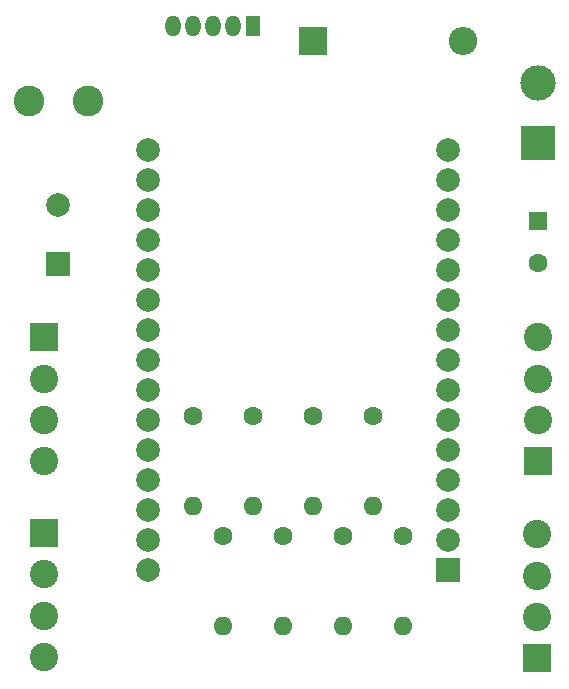
<source format=gbr>
%TF.GenerationSoftware,KiCad,Pcbnew,(6.0.9)*%
%TF.CreationDate,2023-01-01T06:14:26+02:00*%
%TF.ProjectId,ESP32_LEDCONTROLLER,45535033-325f-44c4-9544-434f4e54524f,rev?*%
%TF.SameCoordinates,Original*%
%TF.FileFunction,Soldermask,Top*%
%TF.FilePolarity,Negative*%
%FSLAX46Y46*%
G04 Gerber Fmt 4.6, Leading zero omitted, Abs format (unit mm)*
G04 Created by KiCad (PCBNEW (6.0.9)) date 2023-01-01 06:14:26*
%MOMM*%
%LPD*%
G01*
G04 APERTURE LIST*
%ADD10R,2.400000X2.400000*%
%ADD11C,2.400000*%
%ADD12C,2.000000*%
%ADD13R,2.000000X2.000000*%
%ADD14C,2.600000*%
%ADD15R,1.275000X1.800000*%
%ADD16O,1.275000X1.800000*%
%ADD17O,1.600000X1.600000*%
%ADD18C,1.600000*%
%ADD19R,1.600000X1.600000*%
%ADD20O,2.400000X2.400000*%
%ADD21R,3.000000X3.000000*%
%ADD22C,3.000000*%
G04 APERTURE END LIST*
D10*
%TO.C,J3*%
X137160000Y-132080000D03*
D11*
X137160000Y-128580000D03*
X137160000Y-125080000D03*
X137160000Y-121580000D03*
%TD*%
D12*
%TO.C,U2*%
X104140000Y-141245000D03*
X104140000Y-138705000D03*
X104140000Y-136165000D03*
X104140000Y-133625000D03*
X104140000Y-131085000D03*
X104140000Y-128545000D03*
X104140000Y-126005000D03*
X104140000Y-123465000D03*
X104140000Y-120925000D03*
X104140000Y-118385000D03*
X104140000Y-115845000D03*
X104140000Y-113305000D03*
X104140000Y-110765000D03*
X104140000Y-108225000D03*
X104140000Y-105685000D03*
X129540000Y-105685000D03*
X129540000Y-108225000D03*
X129540000Y-110765000D03*
X129540000Y-113305000D03*
X129540000Y-115845000D03*
X129540000Y-118385000D03*
X129540000Y-120925000D03*
X129540000Y-123465000D03*
X129540000Y-126005000D03*
X129540000Y-128545000D03*
X129540000Y-131085000D03*
X129540000Y-133625000D03*
X129540000Y-136165000D03*
X129540000Y-138705000D03*
D13*
X129540000Y-141245000D03*
%TD*%
D12*
%TO.C,C2*%
X96520000Y-110397677D03*
D13*
X96520000Y-115397677D03*
%TD*%
D14*
%TO.C,L1*%
X99060000Y-101600000D03*
X94060000Y-101600000D03*
%TD*%
D15*
%TO.C,U1*%
X113030000Y-95250000D03*
D16*
X111330000Y-95250000D03*
X109630000Y-95250000D03*
X107930000Y-95250000D03*
X106230000Y-95250000D03*
%TD*%
D17*
%TO.C,R8*%
X123190000Y-135890000D03*
D18*
X123190000Y-128270000D03*
%TD*%
D10*
%TO.C,J5*%
X95350000Y-121580000D03*
D11*
X95350000Y-125080000D03*
X95350000Y-128580000D03*
X95350000Y-132080000D03*
%TD*%
%TO.C,J4*%
X95350000Y-148633000D03*
X95350000Y-145133000D03*
X95350000Y-141633000D03*
D10*
X95350000Y-138133000D03*
%TD*%
D11*
%TO.C,J2*%
X137060000Y-138260000D03*
X137060000Y-141760000D03*
X137060000Y-145260000D03*
D10*
X137060000Y-148760000D03*
%TD*%
D19*
%TO.C,C1*%
X137160000Y-111760000D03*
D18*
X137160000Y-115260000D03*
%TD*%
D17*
%TO.C,R5*%
X118110000Y-135890000D03*
D18*
X118110000Y-128270000D03*
%TD*%
%TO.C,R4*%
X110490000Y-138430000D03*
D17*
X110490000Y-146050000D03*
%TD*%
D18*
%TO.C,R3*%
X115570000Y-138430000D03*
D17*
X115570000Y-146050000D03*
%TD*%
D18*
%TO.C,R1*%
X125730000Y-138430000D03*
D17*
X125730000Y-146050000D03*
%TD*%
D20*
%TO.C,D1*%
X130810000Y-96520000D03*
D10*
X118110000Y-96520000D03*
%TD*%
D18*
%TO.C,R2*%
X120650000Y-138430000D03*
D17*
X120650000Y-146050000D03*
%TD*%
%TO.C,R6*%
X113030000Y-135890000D03*
D18*
X113030000Y-128270000D03*
%TD*%
D21*
%TO.C,J1*%
X137160000Y-105100000D03*
D22*
X137160000Y-100020000D03*
%TD*%
D17*
%TO.C,R7*%
X107950000Y-135890000D03*
D18*
X107950000Y-128270000D03*
%TD*%
M02*

</source>
